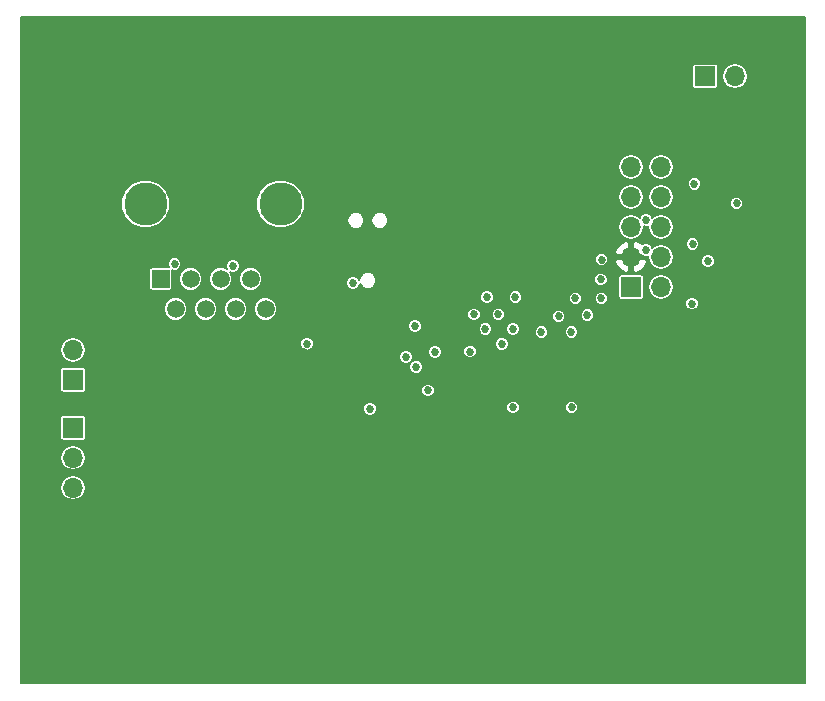
<source format=gbr>
G04 #@! TF.FileFunction,Copper,L3,Inr,Plane*
%FSLAX46Y46*%
G04 Gerber Fmt 4.6, Leading zero omitted, Abs format (unit mm)*
G04 Created by KiCad (PCBNEW 4.0.0-rc1-stable) date 05/10/2017 19:39:07*
%MOMM*%
G01*
G04 APERTURE LIST*
%ADD10C,0.100000*%
%ADD11C,0.685800*%
%ADD12R,1.700000X1.700000*%
%ADD13O,1.700000X1.700000*%
%ADD14C,3.650000*%
%ADD15R,1.500000X1.500000*%
%ADD16C,1.500000*%
%ADD17C,0.152400*%
G04 APERTURE END LIST*
D10*
D11*
X199110000Y-101560000D03*
X201650000Y-101540000D03*
X200570000Y-100220000D03*
X202990000Y-100120000D03*
X204170000Y-98700000D03*
X201980000Y-98700000D03*
X204130000Y-97090000D03*
X204200000Y-95420000D03*
X195750000Y-102550000D03*
X196700000Y-101300000D03*
X194350000Y-101300000D03*
X195450000Y-100050000D03*
X193400000Y-100050000D03*
X194500000Y-98600000D03*
X196900000Y-98600000D03*
X207950000Y-92050000D03*
X207950000Y-94600000D03*
D12*
X159450000Y-105600000D03*
D13*
X159450000Y-103060000D03*
D12*
X159450000Y-109650000D03*
D13*
X159450000Y-112190000D03*
X159450000Y-114730000D03*
D12*
X206700000Y-97750000D03*
D13*
X209240000Y-97750000D03*
X206700000Y-95210000D03*
X209240000Y-95210000D03*
X206700000Y-92670000D03*
X209240000Y-92670000D03*
X206700000Y-90130000D03*
X209240000Y-90130000D03*
X206700000Y-87590000D03*
X209240000Y-87590000D03*
D14*
X177020000Y-90710000D03*
X165590000Y-90710000D03*
D15*
X166860000Y-97060000D03*
D16*
X168130000Y-99600000D03*
X169400000Y-97060000D03*
X170670000Y-99600000D03*
X171940000Y-97060000D03*
X173210000Y-99600000D03*
X174480000Y-97060000D03*
X175750000Y-99600000D03*
D12*
X212960000Y-79900000D03*
D13*
X215500000Y-79900000D03*
D11*
X168050000Y-95800000D03*
X173000000Y-95950000D03*
X213200000Y-95550000D03*
X215630000Y-90650000D03*
X193050000Y-103200000D03*
X201660000Y-107930000D03*
X196710000Y-107930000D03*
X196650000Y-84600000D03*
X199669400Y-88925400D03*
X220294200Y-85344000D03*
X220345000Y-90627200D03*
X220319600Y-95783400D03*
X190100000Y-103250000D03*
X187650000Y-103650000D03*
X189490000Y-106490000D03*
X188500000Y-104500000D03*
X179247800Y-102539800D03*
X184600000Y-108050000D03*
X183150000Y-97400000D03*
X211850000Y-99150000D03*
X211900000Y-94100000D03*
X212050000Y-89000000D03*
X188400000Y-101050000D03*
D17*
G36*
X221396400Y-131296400D02*
X155003600Y-131296400D01*
X155003600Y-114730000D01*
X158350269Y-114730000D01*
X158432373Y-115142762D01*
X158666184Y-115492685D01*
X159016107Y-115726496D01*
X159428869Y-115808600D01*
X159471131Y-115808600D01*
X159883893Y-115726496D01*
X160233816Y-115492685D01*
X160467627Y-115142762D01*
X160549731Y-114730000D01*
X160467627Y-114317238D01*
X160233816Y-113967315D01*
X159883893Y-113733504D01*
X159471131Y-113651400D01*
X159428869Y-113651400D01*
X159016107Y-113733504D01*
X158666184Y-113967315D01*
X158432373Y-114317238D01*
X158350269Y-114730000D01*
X155003600Y-114730000D01*
X155003600Y-112190000D01*
X158350269Y-112190000D01*
X158432373Y-112602762D01*
X158666184Y-112952685D01*
X159016107Y-113186496D01*
X159428869Y-113268600D01*
X159471131Y-113268600D01*
X159883893Y-113186496D01*
X160233816Y-112952685D01*
X160467627Y-112602762D01*
X160549731Y-112190000D01*
X160467627Y-111777238D01*
X160233816Y-111427315D01*
X159883893Y-111193504D01*
X159471131Y-111111400D01*
X159428869Y-111111400D01*
X159016107Y-111193504D01*
X158666184Y-111427315D01*
X158432373Y-111777238D01*
X158350269Y-112190000D01*
X155003600Y-112190000D01*
X155003600Y-108800000D01*
X158366922Y-108800000D01*
X158366922Y-110500000D01*
X158382862Y-110584714D01*
X158432928Y-110662518D01*
X158509320Y-110714715D01*
X158600000Y-110733078D01*
X160300000Y-110733078D01*
X160384714Y-110717138D01*
X160462518Y-110667072D01*
X160514715Y-110590680D01*
X160533078Y-110500000D01*
X160533078Y-108800000D01*
X160517138Y-108715286D01*
X160467072Y-108637482D01*
X160390680Y-108585285D01*
X160300000Y-108566922D01*
X158600000Y-108566922D01*
X158515286Y-108582862D01*
X158437482Y-108632928D01*
X158385285Y-108709320D01*
X158366922Y-108800000D01*
X155003600Y-108800000D01*
X155003600Y-108163180D01*
X184028401Y-108163180D01*
X184115224Y-108373306D01*
X184275849Y-108534211D01*
X184485823Y-108621400D01*
X184713180Y-108621599D01*
X184923306Y-108534776D01*
X185084211Y-108374151D01*
X185171400Y-108164177D01*
X185171505Y-108043180D01*
X196138401Y-108043180D01*
X196225224Y-108253306D01*
X196385849Y-108414211D01*
X196595823Y-108501400D01*
X196823180Y-108501599D01*
X197033306Y-108414776D01*
X197194211Y-108254151D01*
X197281400Y-108044177D01*
X197281400Y-108043180D01*
X201088401Y-108043180D01*
X201175224Y-108253306D01*
X201335849Y-108414211D01*
X201545823Y-108501400D01*
X201773180Y-108501599D01*
X201983306Y-108414776D01*
X202144211Y-108254151D01*
X202231400Y-108044177D01*
X202231599Y-107816820D01*
X202144776Y-107606694D01*
X201984151Y-107445789D01*
X201774177Y-107358600D01*
X201546820Y-107358401D01*
X201336694Y-107445224D01*
X201175789Y-107605849D01*
X201088600Y-107815823D01*
X201088401Y-108043180D01*
X197281400Y-108043180D01*
X197281599Y-107816820D01*
X197194776Y-107606694D01*
X197034151Y-107445789D01*
X196824177Y-107358600D01*
X196596820Y-107358401D01*
X196386694Y-107445224D01*
X196225789Y-107605849D01*
X196138600Y-107815823D01*
X196138401Y-108043180D01*
X185171505Y-108043180D01*
X185171599Y-107936820D01*
X185084776Y-107726694D01*
X184924151Y-107565789D01*
X184714177Y-107478600D01*
X184486820Y-107478401D01*
X184276694Y-107565224D01*
X184115789Y-107725849D01*
X184028600Y-107935823D01*
X184028401Y-108163180D01*
X155003600Y-108163180D01*
X155003600Y-104750000D01*
X158366922Y-104750000D01*
X158366922Y-106450000D01*
X158382862Y-106534714D01*
X158432928Y-106612518D01*
X158509320Y-106664715D01*
X158600000Y-106683078D01*
X160300000Y-106683078D01*
X160384714Y-106667138D01*
X160462518Y-106617072D01*
X160472010Y-106603180D01*
X188918401Y-106603180D01*
X189005224Y-106813306D01*
X189165849Y-106974211D01*
X189375823Y-107061400D01*
X189603180Y-107061599D01*
X189813306Y-106974776D01*
X189974211Y-106814151D01*
X190061400Y-106604177D01*
X190061599Y-106376820D01*
X189974776Y-106166694D01*
X189814151Y-106005789D01*
X189604177Y-105918600D01*
X189376820Y-105918401D01*
X189166694Y-106005224D01*
X189005789Y-106165849D01*
X188918600Y-106375823D01*
X188918401Y-106603180D01*
X160472010Y-106603180D01*
X160514715Y-106540680D01*
X160533078Y-106450000D01*
X160533078Y-104750000D01*
X160517138Y-104665286D01*
X160483609Y-104613180D01*
X187928401Y-104613180D01*
X188015224Y-104823306D01*
X188175849Y-104984211D01*
X188385823Y-105071400D01*
X188613180Y-105071599D01*
X188823306Y-104984776D01*
X188984211Y-104824151D01*
X189071400Y-104614177D01*
X189071599Y-104386820D01*
X188984776Y-104176694D01*
X188824151Y-104015789D01*
X188614177Y-103928600D01*
X188386820Y-103928401D01*
X188176694Y-104015224D01*
X188015789Y-104175849D01*
X187928600Y-104385823D01*
X187928401Y-104613180D01*
X160483609Y-104613180D01*
X160467072Y-104587482D01*
X160390680Y-104535285D01*
X160300000Y-104516922D01*
X158600000Y-104516922D01*
X158515286Y-104532862D01*
X158437482Y-104582928D01*
X158385285Y-104659320D01*
X158366922Y-104750000D01*
X155003600Y-104750000D01*
X155003600Y-103060000D01*
X158350269Y-103060000D01*
X158432373Y-103472762D01*
X158666184Y-103822685D01*
X159016107Y-104056496D01*
X159428869Y-104138600D01*
X159471131Y-104138600D01*
X159883893Y-104056496D01*
X160233816Y-103822685D01*
X160273575Y-103763180D01*
X187078401Y-103763180D01*
X187165224Y-103973306D01*
X187325849Y-104134211D01*
X187535823Y-104221400D01*
X187763180Y-104221599D01*
X187973306Y-104134776D01*
X188134211Y-103974151D01*
X188221400Y-103764177D01*
X188221599Y-103536820D01*
X188149852Y-103363180D01*
X189528401Y-103363180D01*
X189615224Y-103573306D01*
X189775849Y-103734211D01*
X189985823Y-103821400D01*
X190213180Y-103821599D01*
X190423306Y-103734776D01*
X190584211Y-103574151D01*
X190671400Y-103364177D01*
X190671444Y-103313180D01*
X192478401Y-103313180D01*
X192565224Y-103523306D01*
X192725849Y-103684211D01*
X192935823Y-103771400D01*
X193163180Y-103771599D01*
X193373306Y-103684776D01*
X193534211Y-103524151D01*
X193621400Y-103314177D01*
X193621599Y-103086820D01*
X193534776Y-102876694D01*
X193374151Y-102715789D01*
X193247455Y-102663180D01*
X195178401Y-102663180D01*
X195265224Y-102873306D01*
X195425849Y-103034211D01*
X195635823Y-103121400D01*
X195863180Y-103121599D01*
X196073306Y-103034776D01*
X196234211Y-102874151D01*
X196321400Y-102664177D01*
X196321599Y-102436820D01*
X196234776Y-102226694D01*
X196074151Y-102065789D01*
X195864177Y-101978600D01*
X195636820Y-101978401D01*
X195426694Y-102065224D01*
X195265789Y-102225849D01*
X195178600Y-102435823D01*
X195178401Y-102663180D01*
X193247455Y-102663180D01*
X193164177Y-102628600D01*
X192936820Y-102628401D01*
X192726694Y-102715224D01*
X192565789Y-102875849D01*
X192478600Y-103085823D01*
X192478401Y-103313180D01*
X190671444Y-103313180D01*
X190671599Y-103136820D01*
X190584776Y-102926694D01*
X190424151Y-102765789D01*
X190214177Y-102678600D01*
X189986820Y-102678401D01*
X189776694Y-102765224D01*
X189615789Y-102925849D01*
X189528600Y-103135823D01*
X189528401Y-103363180D01*
X188149852Y-103363180D01*
X188134776Y-103326694D01*
X187974151Y-103165789D01*
X187764177Y-103078600D01*
X187536820Y-103078401D01*
X187326694Y-103165224D01*
X187165789Y-103325849D01*
X187078600Y-103535823D01*
X187078401Y-103763180D01*
X160273575Y-103763180D01*
X160467627Y-103472762D01*
X160549731Y-103060000D01*
X160468770Y-102652980D01*
X178676201Y-102652980D01*
X178763024Y-102863106D01*
X178923649Y-103024011D01*
X179133623Y-103111200D01*
X179360980Y-103111399D01*
X179571106Y-103024576D01*
X179732011Y-102863951D01*
X179819200Y-102653977D01*
X179819399Y-102426620D01*
X179732576Y-102216494D01*
X179571951Y-102055589D01*
X179361977Y-101968400D01*
X179134620Y-101968201D01*
X178924494Y-102055024D01*
X178763589Y-102215649D01*
X178676400Y-102425623D01*
X178676201Y-102652980D01*
X160468770Y-102652980D01*
X160467627Y-102647238D01*
X160233816Y-102297315D01*
X159883893Y-102063504D01*
X159471131Y-101981400D01*
X159428869Y-101981400D01*
X159016107Y-102063504D01*
X158666184Y-102297315D01*
X158432373Y-102647238D01*
X158350269Y-103060000D01*
X155003600Y-103060000D01*
X155003600Y-101163180D01*
X187828401Y-101163180D01*
X187915224Y-101373306D01*
X188075849Y-101534211D01*
X188285823Y-101621400D01*
X188513180Y-101621599D01*
X188723306Y-101534776D01*
X188845113Y-101413180D01*
X193778401Y-101413180D01*
X193865224Y-101623306D01*
X194025849Y-101784211D01*
X194235823Y-101871400D01*
X194463180Y-101871599D01*
X194673306Y-101784776D01*
X194834211Y-101624151D01*
X194921400Y-101414177D01*
X194921400Y-101413180D01*
X196128401Y-101413180D01*
X196215224Y-101623306D01*
X196375849Y-101784211D01*
X196585823Y-101871400D01*
X196813180Y-101871599D01*
X197023306Y-101784776D01*
X197135096Y-101673180D01*
X198538401Y-101673180D01*
X198625224Y-101883306D01*
X198785849Y-102044211D01*
X198995823Y-102131400D01*
X199223180Y-102131599D01*
X199433306Y-102044776D01*
X199594211Y-101884151D01*
X199681400Y-101674177D01*
X199681418Y-101653180D01*
X201078401Y-101653180D01*
X201165224Y-101863306D01*
X201325849Y-102024211D01*
X201535823Y-102111400D01*
X201763180Y-102111599D01*
X201973306Y-102024776D01*
X202134211Y-101864151D01*
X202221400Y-101654177D01*
X202221599Y-101426820D01*
X202134776Y-101216694D01*
X201974151Y-101055789D01*
X201764177Y-100968600D01*
X201536820Y-100968401D01*
X201326694Y-101055224D01*
X201165789Y-101215849D01*
X201078600Y-101425823D01*
X201078401Y-101653180D01*
X199681418Y-101653180D01*
X199681599Y-101446820D01*
X199594776Y-101236694D01*
X199434151Y-101075789D01*
X199224177Y-100988600D01*
X198996820Y-100988401D01*
X198786694Y-101075224D01*
X198625789Y-101235849D01*
X198538600Y-101445823D01*
X198538401Y-101673180D01*
X197135096Y-101673180D01*
X197184211Y-101624151D01*
X197271400Y-101414177D01*
X197271599Y-101186820D01*
X197184776Y-100976694D01*
X197024151Y-100815789D01*
X196814177Y-100728600D01*
X196586820Y-100728401D01*
X196376694Y-100815224D01*
X196215789Y-100975849D01*
X196128600Y-101185823D01*
X196128401Y-101413180D01*
X194921400Y-101413180D01*
X194921599Y-101186820D01*
X194834776Y-100976694D01*
X194674151Y-100815789D01*
X194464177Y-100728600D01*
X194236820Y-100728401D01*
X194026694Y-100815224D01*
X193865789Y-100975849D01*
X193778600Y-101185823D01*
X193778401Y-101413180D01*
X188845113Y-101413180D01*
X188884211Y-101374151D01*
X188971400Y-101164177D01*
X188971599Y-100936820D01*
X188884776Y-100726694D01*
X188724151Y-100565789D01*
X188514177Y-100478600D01*
X188286820Y-100478401D01*
X188076694Y-100565224D01*
X187915789Y-100725849D01*
X187828600Y-100935823D01*
X187828401Y-101163180D01*
X155003600Y-101163180D01*
X155003600Y-99793802D01*
X167151230Y-99793802D01*
X167299899Y-100153608D01*
X167574944Y-100429133D01*
X167934490Y-100578430D01*
X168323802Y-100578770D01*
X168683608Y-100430101D01*
X168959133Y-100155056D01*
X169108430Y-99795510D01*
X169108431Y-99793802D01*
X169691230Y-99793802D01*
X169839899Y-100153608D01*
X170114944Y-100429133D01*
X170474490Y-100578430D01*
X170863802Y-100578770D01*
X171223608Y-100430101D01*
X171499133Y-100155056D01*
X171648430Y-99795510D01*
X171648431Y-99793802D01*
X172231230Y-99793802D01*
X172379899Y-100153608D01*
X172654944Y-100429133D01*
X173014490Y-100578430D01*
X173403802Y-100578770D01*
X173763608Y-100430101D01*
X174039133Y-100155056D01*
X174188430Y-99795510D01*
X174188431Y-99793802D01*
X174771230Y-99793802D01*
X174919899Y-100153608D01*
X175194944Y-100429133D01*
X175554490Y-100578430D01*
X175943802Y-100578770D01*
X176303608Y-100430101D01*
X176570994Y-100163180D01*
X192828401Y-100163180D01*
X192915224Y-100373306D01*
X193075849Y-100534211D01*
X193285823Y-100621400D01*
X193513180Y-100621599D01*
X193723306Y-100534776D01*
X193884211Y-100374151D01*
X193971400Y-100164177D01*
X193971400Y-100163180D01*
X194878401Y-100163180D01*
X194965224Y-100373306D01*
X195125849Y-100534211D01*
X195335823Y-100621400D01*
X195563180Y-100621599D01*
X195773306Y-100534776D01*
X195934211Y-100374151D01*
X195951223Y-100333180D01*
X199998401Y-100333180D01*
X200085224Y-100543306D01*
X200245849Y-100704211D01*
X200455823Y-100791400D01*
X200683180Y-100791599D01*
X200893306Y-100704776D01*
X201054211Y-100544151D01*
X201141400Y-100334177D01*
X201141488Y-100233180D01*
X202418401Y-100233180D01*
X202505224Y-100443306D01*
X202665849Y-100604211D01*
X202875823Y-100691400D01*
X203103180Y-100691599D01*
X203313306Y-100604776D01*
X203474211Y-100444151D01*
X203561400Y-100234177D01*
X203561599Y-100006820D01*
X203474776Y-99796694D01*
X203314151Y-99635789D01*
X203104177Y-99548600D01*
X202876820Y-99548401D01*
X202666694Y-99635224D01*
X202505789Y-99795849D01*
X202418600Y-100005823D01*
X202418401Y-100233180D01*
X201141488Y-100233180D01*
X201141599Y-100106820D01*
X201054776Y-99896694D01*
X200894151Y-99735789D01*
X200684177Y-99648600D01*
X200456820Y-99648401D01*
X200246694Y-99735224D01*
X200085789Y-99895849D01*
X199998600Y-100105823D01*
X199998401Y-100333180D01*
X195951223Y-100333180D01*
X196021400Y-100164177D01*
X196021599Y-99936820D01*
X195934776Y-99726694D01*
X195774151Y-99565789D01*
X195564177Y-99478600D01*
X195336820Y-99478401D01*
X195126694Y-99565224D01*
X194965789Y-99725849D01*
X194878600Y-99935823D01*
X194878401Y-100163180D01*
X193971400Y-100163180D01*
X193971599Y-99936820D01*
X193884776Y-99726694D01*
X193724151Y-99565789D01*
X193514177Y-99478600D01*
X193286820Y-99478401D01*
X193076694Y-99565224D01*
X192915789Y-99725849D01*
X192828600Y-99935823D01*
X192828401Y-100163180D01*
X176570994Y-100163180D01*
X176579133Y-100155056D01*
X176728430Y-99795510D01*
X176728770Y-99406198D01*
X176580101Y-99046392D01*
X176305056Y-98770867D01*
X176166131Y-98713180D01*
X193928401Y-98713180D01*
X194015224Y-98923306D01*
X194175849Y-99084211D01*
X194385823Y-99171400D01*
X194613180Y-99171599D01*
X194823306Y-99084776D01*
X194984211Y-98924151D01*
X195071400Y-98714177D01*
X195071400Y-98713180D01*
X196328401Y-98713180D01*
X196415224Y-98923306D01*
X196575849Y-99084211D01*
X196785823Y-99171400D01*
X197013180Y-99171599D01*
X197223306Y-99084776D01*
X197384211Y-98924151D01*
X197430290Y-98813180D01*
X201408401Y-98813180D01*
X201495224Y-99023306D01*
X201655849Y-99184211D01*
X201865823Y-99271400D01*
X202093180Y-99271599D01*
X202303306Y-99184776D01*
X202464211Y-99024151D01*
X202551400Y-98814177D01*
X202551400Y-98813180D01*
X203598401Y-98813180D01*
X203685224Y-99023306D01*
X203845849Y-99184211D01*
X204055823Y-99271400D01*
X204283180Y-99271599D01*
X204303555Y-99263180D01*
X211278401Y-99263180D01*
X211365224Y-99473306D01*
X211525849Y-99634211D01*
X211735823Y-99721400D01*
X211963180Y-99721599D01*
X212173306Y-99634776D01*
X212334211Y-99474151D01*
X212421400Y-99264177D01*
X212421599Y-99036820D01*
X212334776Y-98826694D01*
X212174151Y-98665789D01*
X211964177Y-98578600D01*
X211736820Y-98578401D01*
X211526694Y-98665224D01*
X211365789Y-98825849D01*
X211278600Y-99035823D01*
X211278401Y-99263180D01*
X204303555Y-99263180D01*
X204493306Y-99184776D01*
X204654211Y-99024151D01*
X204741400Y-98814177D01*
X204741599Y-98586820D01*
X204654776Y-98376694D01*
X204494151Y-98215789D01*
X204284177Y-98128600D01*
X204056820Y-98128401D01*
X203846694Y-98215224D01*
X203685789Y-98375849D01*
X203598600Y-98585823D01*
X203598401Y-98813180D01*
X202551400Y-98813180D01*
X202551599Y-98586820D01*
X202464776Y-98376694D01*
X202304151Y-98215789D01*
X202094177Y-98128600D01*
X201866820Y-98128401D01*
X201656694Y-98215224D01*
X201495789Y-98375849D01*
X201408600Y-98585823D01*
X201408401Y-98813180D01*
X197430290Y-98813180D01*
X197471400Y-98714177D01*
X197471599Y-98486820D01*
X197384776Y-98276694D01*
X197224151Y-98115789D01*
X197014177Y-98028600D01*
X196786820Y-98028401D01*
X196576694Y-98115224D01*
X196415789Y-98275849D01*
X196328600Y-98485823D01*
X196328401Y-98713180D01*
X195071400Y-98713180D01*
X195071599Y-98486820D01*
X194984776Y-98276694D01*
X194824151Y-98115789D01*
X194614177Y-98028600D01*
X194386820Y-98028401D01*
X194176694Y-98115224D01*
X194015789Y-98275849D01*
X193928600Y-98485823D01*
X193928401Y-98713180D01*
X176166131Y-98713180D01*
X175945510Y-98621570D01*
X175556198Y-98621230D01*
X175196392Y-98769899D01*
X174920867Y-99044944D01*
X174771570Y-99404490D01*
X174771230Y-99793802D01*
X174188431Y-99793802D01*
X174188770Y-99406198D01*
X174040101Y-99046392D01*
X173765056Y-98770867D01*
X173405510Y-98621570D01*
X173016198Y-98621230D01*
X172656392Y-98769899D01*
X172380867Y-99044944D01*
X172231570Y-99404490D01*
X172231230Y-99793802D01*
X171648431Y-99793802D01*
X171648770Y-99406198D01*
X171500101Y-99046392D01*
X171225056Y-98770867D01*
X170865510Y-98621570D01*
X170476198Y-98621230D01*
X170116392Y-98769899D01*
X169840867Y-99044944D01*
X169691570Y-99404490D01*
X169691230Y-99793802D01*
X169108431Y-99793802D01*
X169108770Y-99406198D01*
X168960101Y-99046392D01*
X168685056Y-98770867D01*
X168325510Y-98621570D01*
X167936198Y-98621230D01*
X167576392Y-98769899D01*
X167300867Y-99044944D01*
X167151570Y-99404490D01*
X167151230Y-99793802D01*
X155003600Y-99793802D01*
X155003600Y-96310000D01*
X165876922Y-96310000D01*
X165876922Y-97810000D01*
X165892862Y-97894714D01*
X165942928Y-97972518D01*
X166019320Y-98024715D01*
X166110000Y-98043078D01*
X167610000Y-98043078D01*
X167694714Y-98027138D01*
X167772518Y-97977072D01*
X167824715Y-97900680D01*
X167843078Y-97810000D01*
X167843078Y-97253802D01*
X168421230Y-97253802D01*
X168569899Y-97613608D01*
X168844944Y-97889133D01*
X169204490Y-98038430D01*
X169593802Y-98038770D01*
X169953608Y-97890101D01*
X170229133Y-97615056D01*
X170378430Y-97255510D01*
X170378431Y-97253802D01*
X170961230Y-97253802D01*
X171109899Y-97613608D01*
X171384944Y-97889133D01*
X171744490Y-98038430D01*
X172133802Y-98038770D01*
X172493608Y-97890101D01*
X172769133Y-97615056D01*
X172918430Y-97255510D01*
X172918431Y-97253802D01*
X173501230Y-97253802D01*
X173649899Y-97613608D01*
X173924944Y-97889133D01*
X174284490Y-98038430D01*
X174673802Y-98038770D01*
X175033608Y-97890101D01*
X175309133Y-97615056D01*
X175351435Y-97513180D01*
X182578401Y-97513180D01*
X182665224Y-97723306D01*
X182825849Y-97884211D01*
X183035823Y-97971400D01*
X183263180Y-97971599D01*
X183473306Y-97884776D01*
X183634211Y-97724151D01*
X183721400Y-97514177D01*
X183721462Y-97443448D01*
X183785950Y-97599521D01*
X183989408Y-97803335D01*
X184255376Y-97913774D01*
X184543361Y-97914025D01*
X184809521Y-97804050D01*
X185013335Y-97600592D01*
X185123774Y-97334624D01*
X185123888Y-97203180D01*
X203558401Y-97203180D01*
X203645224Y-97413306D01*
X203805849Y-97574211D01*
X204015823Y-97661400D01*
X204243180Y-97661599D01*
X204453306Y-97574776D01*
X204614211Y-97414151D01*
X204701400Y-97204177D01*
X204701599Y-96976820D01*
X204669858Y-96900000D01*
X205616922Y-96900000D01*
X205616922Y-98600000D01*
X205632862Y-98684714D01*
X205682928Y-98762518D01*
X205759320Y-98814715D01*
X205850000Y-98833078D01*
X207550000Y-98833078D01*
X207634714Y-98817138D01*
X207712518Y-98767072D01*
X207764715Y-98690680D01*
X207783078Y-98600000D01*
X207783078Y-97750000D01*
X208140269Y-97750000D01*
X208222373Y-98162762D01*
X208456184Y-98512685D01*
X208806107Y-98746496D01*
X209218869Y-98828600D01*
X209261131Y-98828600D01*
X209673893Y-98746496D01*
X210023816Y-98512685D01*
X210257627Y-98162762D01*
X210339731Y-97750000D01*
X210257627Y-97337238D01*
X210023816Y-96987315D01*
X209673893Y-96753504D01*
X209261131Y-96671400D01*
X209218869Y-96671400D01*
X208806107Y-96753504D01*
X208456184Y-96987315D01*
X208222373Y-97337238D01*
X208140269Y-97750000D01*
X207783078Y-97750000D01*
X207783078Y-96900000D01*
X207767138Y-96815286D01*
X207717072Y-96737482D01*
X207640680Y-96685285D01*
X207550000Y-96666922D01*
X205850000Y-96666922D01*
X205765286Y-96682862D01*
X205687482Y-96732928D01*
X205635285Y-96809320D01*
X205616922Y-96900000D01*
X204669858Y-96900000D01*
X204614776Y-96766694D01*
X204454151Y-96605789D01*
X204244177Y-96518600D01*
X204016820Y-96518401D01*
X203806694Y-96605224D01*
X203645789Y-96765849D01*
X203558600Y-96975823D01*
X203558401Y-97203180D01*
X185123888Y-97203180D01*
X185124025Y-97046639D01*
X185014050Y-96780479D01*
X184810592Y-96576665D01*
X184544624Y-96466226D01*
X184256639Y-96465975D01*
X183990479Y-96575950D01*
X183786665Y-96779408D01*
X183676226Y-97045376D01*
X183676112Y-97176733D01*
X183634776Y-97076694D01*
X183474151Y-96915789D01*
X183264177Y-96828600D01*
X183036820Y-96828401D01*
X182826694Y-96915224D01*
X182665789Y-97075849D01*
X182578600Y-97285823D01*
X182578401Y-97513180D01*
X175351435Y-97513180D01*
X175458430Y-97255510D01*
X175458770Y-96866198D01*
X175310101Y-96506392D01*
X175035056Y-96230867D01*
X174675510Y-96081570D01*
X174286198Y-96081230D01*
X173926392Y-96229899D01*
X173650867Y-96504944D01*
X173501570Y-96864490D01*
X173501230Y-97253802D01*
X172918431Y-97253802D01*
X172918770Y-96866198D01*
X172770101Y-96506392D01*
X172713761Y-96449953D01*
X172885823Y-96521400D01*
X173113180Y-96521599D01*
X173323306Y-96434776D01*
X173484211Y-96274151D01*
X173571400Y-96064177D01*
X173571599Y-95836820D01*
X173484776Y-95626694D01*
X173391425Y-95533180D01*
X203628401Y-95533180D01*
X203715224Y-95743306D01*
X203875849Y-95904211D01*
X204085823Y-95991400D01*
X204313180Y-95991599D01*
X204523306Y-95904776D01*
X204684211Y-95744151D01*
X204740646Y-95608239D01*
X205322199Y-95608239D01*
X205444138Y-95902663D01*
X205804806Y-96330535D01*
X206301759Y-96587815D01*
X206522200Y-96487100D01*
X206522200Y-95387800D01*
X206877800Y-95387800D01*
X206877800Y-96487100D01*
X207098241Y-96587815D01*
X207595194Y-96330535D01*
X207955862Y-95902663D01*
X208077801Y-95608239D01*
X207975820Y-95387800D01*
X206877800Y-95387800D01*
X206522200Y-95387800D01*
X205424180Y-95387800D01*
X205322199Y-95608239D01*
X204740646Y-95608239D01*
X204771400Y-95534177D01*
X204771599Y-95306820D01*
X204684776Y-95096694D01*
X204524151Y-94935789D01*
X204314177Y-94848600D01*
X204086820Y-94848401D01*
X203876694Y-94935224D01*
X203715789Y-95095849D01*
X203628600Y-95305823D01*
X203628401Y-95533180D01*
X173391425Y-95533180D01*
X173324151Y-95465789D01*
X173114177Y-95378600D01*
X172886820Y-95378401D01*
X172676694Y-95465224D01*
X172515789Y-95625849D01*
X172428600Y-95835823D01*
X172428401Y-96063180D01*
X172499548Y-96235366D01*
X172495056Y-96230867D01*
X172135510Y-96081570D01*
X171746198Y-96081230D01*
X171386392Y-96229899D01*
X171110867Y-96504944D01*
X170961570Y-96864490D01*
X170961230Y-97253802D01*
X170378431Y-97253802D01*
X170378770Y-96866198D01*
X170230101Y-96506392D01*
X169955056Y-96230867D01*
X169595510Y-96081570D01*
X169206198Y-96081230D01*
X168846392Y-96229899D01*
X168570867Y-96504944D01*
X168421570Y-96864490D01*
X168421230Y-97253802D01*
X167843078Y-97253802D01*
X167843078Y-96332889D01*
X167935823Y-96371400D01*
X168163180Y-96371599D01*
X168373306Y-96284776D01*
X168534211Y-96124151D01*
X168621400Y-95914177D01*
X168621599Y-95686820D01*
X168534776Y-95476694D01*
X168374151Y-95315789D01*
X168164177Y-95228600D01*
X167936820Y-95228401D01*
X167726694Y-95315224D01*
X167565789Y-95475849D01*
X167478600Y-95685823D01*
X167478401Y-95913180D01*
X167546058Y-96076922D01*
X166110000Y-96076922D01*
X166025286Y-96092862D01*
X165947482Y-96142928D01*
X165895285Y-96219320D01*
X165876922Y-96310000D01*
X155003600Y-96310000D01*
X155003600Y-94811761D01*
X205322199Y-94811761D01*
X205424180Y-95032200D01*
X206522200Y-95032200D01*
X206522200Y-93932900D01*
X206877800Y-93932900D01*
X206877800Y-95032200D01*
X207573929Y-95032200D01*
X207625849Y-95084211D01*
X207835823Y-95171400D01*
X208063180Y-95171599D01*
X208155495Y-95133455D01*
X208140269Y-95210000D01*
X208222373Y-95622762D01*
X208456184Y-95972685D01*
X208806107Y-96206496D01*
X209218869Y-96288600D01*
X209261131Y-96288600D01*
X209673893Y-96206496D01*
X210023816Y-95972685D01*
X210230620Y-95663180D01*
X212628401Y-95663180D01*
X212715224Y-95873306D01*
X212875849Y-96034211D01*
X213085823Y-96121400D01*
X213313180Y-96121599D01*
X213523306Y-96034776D01*
X213684211Y-95874151D01*
X213771400Y-95664177D01*
X213771599Y-95436820D01*
X213684776Y-95226694D01*
X213524151Y-95065789D01*
X213314177Y-94978600D01*
X213086820Y-94978401D01*
X212876694Y-95065224D01*
X212715789Y-95225849D01*
X212628600Y-95435823D01*
X212628401Y-95663180D01*
X210230620Y-95663180D01*
X210257627Y-95622762D01*
X210339731Y-95210000D01*
X210257627Y-94797238D01*
X210023816Y-94447315D01*
X209673893Y-94213504D01*
X209672265Y-94213180D01*
X211328401Y-94213180D01*
X211415224Y-94423306D01*
X211575849Y-94584211D01*
X211785823Y-94671400D01*
X212013180Y-94671599D01*
X212223306Y-94584776D01*
X212384211Y-94424151D01*
X212471400Y-94214177D01*
X212471599Y-93986820D01*
X212384776Y-93776694D01*
X212224151Y-93615789D01*
X212014177Y-93528600D01*
X211786820Y-93528401D01*
X211576694Y-93615224D01*
X211415789Y-93775849D01*
X211328600Y-93985823D01*
X211328401Y-94213180D01*
X209672265Y-94213180D01*
X209261131Y-94131400D01*
X209218869Y-94131400D01*
X208806107Y-94213504D01*
X208494654Y-94421610D01*
X208434776Y-94276694D01*
X208274151Y-94115789D01*
X208064177Y-94028600D01*
X207836820Y-94028401D01*
X207626694Y-94115224D01*
X207621379Y-94120529D01*
X207595194Y-94089465D01*
X207098241Y-93832185D01*
X206877800Y-93932900D01*
X206522200Y-93932900D01*
X206301759Y-93832185D01*
X205804806Y-94089465D01*
X205444138Y-94517337D01*
X205322199Y-94811761D01*
X155003600Y-94811761D01*
X155003600Y-91116694D01*
X163536045Y-91116694D01*
X163848028Y-91871751D01*
X164425210Y-92449942D01*
X165179722Y-92763242D01*
X165996694Y-92763955D01*
X166751751Y-92451972D01*
X167329942Y-91874790D01*
X167643242Y-91120278D01*
X167643245Y-91116694D01*
X174966045Y-91116694D01*
X175278028Y-91871751D01*
X175855210Y-92449942D01*
X176609722Y-92763242D01*
X177426694Y-92763955D01*
X178181751Y-92451972D01*
X178380709Y-92253361D01*
X182659975Y-92253361D01*
X182769950Y-92519521D01*
X182973408Y-92723335D01*
X183239376Y-92833774D01*
X183527361Y-92834025D01*
X183793521Y-92724050D01*
X183997335Y-92520592D01*
X184107774Y-92254624D01*
X184107775Y-92253361D01*
X184691975Y-92253361D01*
X184801950Y-92519521D01*
X185005408Y-92723335D01*
X185271376Y-92833774D01*
X185559361Y-92834025D01*
X185825521Y-92724050D01*
X185879665Y-92670000D01*
X205600269Y-92670000D01*
X205682373Y-93082762D01*
X205916184Y-93432685D01*
X206266107Y-93666496D01*
X206678869Y-93748600D01*
X206721131Y-93748600D01*
X207133893Y-93666496D01*
X207483816Y-93432685D01*
X207717627Y-93082762D01*
X207799731Y-92670000D01*
X207785944Y-92600688D01*
X207835823Y-92621400D01*
X208063180Y-92621599D01*
X208157662Y-92582559D01*
X208140269Y-92670000D01*
X208222373Y-93082762D01*
X208456184Y-93432685D01*
X208806107Y-93666496D01*
X209218869Y-93748600D01*
X209261131Y-93748600D01*
X209673893Y-93666496D01*
X210023816Y-93432685D01*
X210257627Y-93082762D01*
X210339731Y-92670000D01*
X210257627Y-92257238D01*
X210023816Y-91907315D01*
X209673893Y-91673504D01*
X209261131Y-91591400D01*
X209218869Y-91591400D01*
X208806107Y-91673504D01*
X208497892Y-91879446D01*
X208434776Y-91726694D01*
X208274151Y-91565789D01*
X208064177Y-91478600D01*
X207836820Y-91478401D01*
X207626694Y-91565224D01*
X207465789Y-91725849D01*
X207410719Y-91858473D01*
X207133893Y-91673504D01*
X206721131Y-91591400D01*
X206678869Y-91591400D01*
X206266107Y-91673504D01*
X205916184Y-91907315D01*
X205682373Y-92257238D01*
X205600269Y-92670000D01*
X185879665Y-92670000D01*
X186029335Y-92520592D01*
X186139774Y-92254624D01*
X186140025Y-91966639D01*
X186030050Y-91700479D01*
X185826592Y-91496665D01*
X185560624Y-91386226D01*
X185272639Y-91385975D01*
X185006479Y-91495950D01*
X184802665Y-91699408D01*
X184692226Y-91965376D01*
X184691975Y-92253361D01*
X184107775Y-92253361D01*
X184108025Y-91966639D01*
X183998050Y-91700479D01*
X183794592Y-91496665D01*
X183528624Y-91386226D01*
X183240639Y-91385975D01*
X182974479Y-91495950D01*
X182770665Y-91699408D01*
X182660226Y-91965376D01*
X182659975Y-92253361D01*
X178380709Y-92253361D01*
X178759942Y-91874790D01*
X179073242Y-91120278D01*
X179073955Y-90303306D01*
X179002347Y-90130000D01*
X205600269Y-90130000D01*
X205682373Y-90542762D01*
X205916184Y-90892685D01*
X206266107Y-91126496D01*
X206678869Y-91208600D01*
X206721131Y-91208600D01*
X207133893Y-91126496D01*
X207483816Y-90892685D01*
X207717627Y-90542762D01*
X207799731Y-90130000D01*
X208140269Y-90130000D01*
X208222373Y-90542762D01*
X208456184Y-90892685D01*
X208806107Y-91126496D01*
X209218869Y-91208600D01*
X209261131Y-91208600D01*
X209673893Y-91126496D01*
X210023816Y-90892685D01*
X210110348Y-90763180D01*
X215058401Y-90763180D01*
X215145224Y-90973306D01*
X215305849Y-91134211D01*
X215515823Y-91221400D01*
X215743180Y-91221599D01*
X215953306Y-91134776D01*
X216114211Y-90974151D01*
X216201400Y-90764177D01*
X216201599Y-90536820D01*
X216114776Y-90326694D01*
X215954151Y-90165789D01*
X215744177Y-90078600D01*
X215516820Y-90078401D01*
X215306694Y-90165224D01*
X215145789Y-90325849D01*
X215058600Y-90535823D01*
X215058401Y-90763180D01*
X210110348Y-90763180D01*
X210257627Y-90542762D01*
X210339731Y-90130000D01*
X210257627Y-89717238D01*
X210023816Y-89367315D01*
X209673893Y-89133504D01*
X209571719Y-89113180D01*
X211478401Y-89113180D01*
X211565224Y-89323306D01*
X211725849Y-89484211D01*
X211935823Y-89571400D01*
X212163180Y-89571599D01*
X212373306Y-89484776D01*
X212534211Y-89324151D01*
X212621400Y-89114177D01*
X212621599Y-88886820D01*
X212534776Y-88676694D01*
X212374151Y-88515789D01*
X212164177Y-88428600D01*
X211936820Y-88428401D01*
X211726694Y-88515224D01*
X211565789Y-88675849D01*
X211478600Y-88885823D01*
X211478401Y-89113180D01*
X209571719Y-89113180D01*
X209261131Y-89051400D01*
X209218869Y-89051400D01*
X208806107Y-89133504D01*
X208456184Y-89367315D01*
X208222373Y-89717238D01*
X208140269Y-90130000D01*
X207799731Y-90130000D01*
X207717627Y-89717238D01*
X207483816Y-89367315D01*
X207133893Y-89133504D01*
X206721131Y-89051400D01*
X206678869Y-89051400D01*
X206266107Y-89133504D01*
X205916184Y-89367315D01*
X205682373Y-89717238D01*
X205600269Y-90130000D01*
X179002347Y-90130000D01*
X178761972Y-89548249D01*
X178184790Y-88970058D01*
X177430278Y-88656758D01*
X176613306Y-88656045D01*
X175858249Y-88968028D01*
X175280058Y-89545210D01*
X174966758Y-90299722D01*
X174966045Y-91116694D01*
X167643245Y-91116694D01*
X167643955Y-90303306D01*
X167331972Y-89548249D01*
X166754790Y-88970058D01*
X166000278Y-88656758D01*
X165183306Y-88656045D01*
X164428249Y-88968028D01*
X163850058Y-89545210D01*
X163536758Y-90299722D01*
X163536045Y-91116694D01*
X155003600Y-91116694D01*
X155003600Y-87590000D01*
X205600269Y-87590000D01*
X205682373Y-88002762D01*
X205916184Y-88352685D01*
X206266107Y-88586496D01*
X206678869Y-88668600D01*
X206721131Y-88668600D01*
X207133893Y-88586496D01*
X207483816Y-88352685D01*
X207717627Y-88002762D01*
X207799731Y-87590000D01*
X208140269Y-87590000D01*
X208222373Y-88002762D01*
X208456184Y-88352685D01*
X208806107Y-88586496D01*
X209218869Y-88668600D01*
X209261131Y-88668600D01*
X209673893Y-88586496D01*
X210023816Y-88352685D01*
X210257627Y-88002762D01*
X210339731Y-87590000D01*
X210257627Y-87177238D01*
X210023816Y-86827315D01*
X209673893Y-86593504D01*
X209261131Y-86511400D01*
X209218869Y-86511400D01*
X208806107Y-86593504D01*
X208456184Y-86827315D01*
X208222373Y-87177238D01*
X208140269Y-87590000D01*
X207799731Y-87590000D01*
X207717627Y-87177238D01*
X207483816Y-86827315D01*
X207133893Y-86593504D01*
X206721131Y-86511400D01*
X206678869Y-86511400D01*
X206266107Y-86593504D01*
X205916184Y-86827315D01*
X205682373Y-87177238D01*
X205600269Y-87590000D01*
X155003600Y-87590000D01*
X155003600Y-79050000D01*
X211876922Y-79050000D01*
X211876922Y-80750000D01*
X211892862Y-80834714D01*
X211942928Y-80912518D01*
X212019320Y-80964715D01*
X212110000Y-80983078D01*
X213810000Y-80983078D01*
X213894714Y-80967138D01*
X213972518Y-80917072D01*
X214024715Y-80840680D01*
X214043078Y-80750000D01*
X214043078Y-79878869D01*
X214421400Y-79878869D01*
X214421400Y-79921131D01*
X214503504Y-80333893D01*
X214737315Y-80683816D01*
X215087238Y-80917627D01*
X215500000Y-80999731D01*
X215912762Y-80917627D01*
X216262685Y-80683816D01*
X216496496Y-80333893D01*
X216578600Y-79921131D01*
X216578600Y-79878869D01*
X216496496Y-79466107D01*
X216262685Y-79116184D01*
X215912762Y-78882373D01*
X215500000Y-78800269D01*
X215087238Y-78882373D01*
X214737315Y-79116184D01*
X214503504Y-79466107D01*
X214421400Y-79878869D01*
X214043078Y-79878869D01*
X214043078Y-79050000D01*
X214027138Y-78965286D01*
X213977072Y-78887482D01*
X213900680Y-78835285D01*
X213810000Y-78816922D01*
X212110000Y-78816922D01*
X212025286Y-78832862D01*
X211947482Y-78882928D01*
X211895285Y-78959320D01*
X211876922Y-79050000D01*
X155003600Y-79050000D01*
X155003600Y-74903600D01*
X221396400Y-74903600D01*
X221396400Y-131296400D01*
X221396400Y-131296400D01*
G37*
X221396400Y-131296400D02*
X155003600Y-131296400D01*
X155003600Y-114730000D01*
X158350269Y-114730000D01*
X158432373Y-115142762D01*
X158666184Y-115492685D01*
X159016107Y-115726496D01*
X159428869Y-115808600D01*
X159471131Y-115808600D01*
X159883893Y-115726496D01*
X160233816Y-115492685D01*
X160467627Y-115142762D01*
X160549731Y-114730000D01*
X160467627Y-114317238D01*
X160233816Y-113967315D01*
X159883893Y-113733504D01*
X159471131Y-113651400D01*
X159428869Y-113651400D01*
X159016107Y-113733504D01*
X158666184Y-113967315D01*
X158432373Y-114317238D01*
X158350269Y-114730000D01*
X155003600Y-114730000D01*
X155003600Y-112190000D01*
X158350269Y-112190000D01*
X158432373Y-112602762D01*
X158666184Y-112952685D01*
X159016107Y-113186496D01*
X159428869Y-113268600D01*
X159471131Y-113268600D01*
X159883893Y-113186496D01*
X160233816Y-112952685D01*
X160467627Y-112602762D01*
X160549731Y-112190000D01*
X160467627Y-111777238D01*
X160233816Y-111427315D01*
X159883893Y-111193504D01*
X159471131Y-111111400D01*
X159428869Y-111111400D01*
X159016107Y-111193504D01*
X158666184Y-111427315D01*
X158432373Y-111777238D01*
X158350269Y-112190000D01*
X155003600Y-112190000D01*
X155003600Y-108800000D01*
X158366922Y-108800000D01*
X158366922Y-110500000D01*
X158382862Y-110584714D01*
X158432928Y-110662518D01*
X158509320Y-110714715D01*
X158600000Y-110733078D01*
X160300000Y-110733078D01*
X160384714Y-110717138D01*
X160462518Y-110667072D01*
X160514715Y-110590680D01*
X160533078Y-110500000D01*
X160533078Y-108800000D01*
X160517138Y-108715286D01*
X160467072Y-108637482D01*
X160390680Y-108585285D01*
X160300000Y-108566922D01*
X158600000Y-108566922D01*
X158515286Y-108582862D01*
X158437482Y-108632928D01*
X158385285Y-108709320D01*
X158366922Y-108800000D01*
X155003600Y-108800000D01*
X155003600Y-108163180D01*
X184028401Y-108163180D01*
X184115224Y-108373306D01*
X184275849Y-108534211D01*
X184485823Y-108621400D01*
X184713180Y-108621599D01*
X184923306Y-108534776D01*
X185084211Y-108374151D01*
X185171400Y-108164177D01*
X185171505Y-108043180D01*
X196138401Y-108043180D01*
X196225224Y-108253306D01*
X196385849Y-108414211D01*
X196595823Y-108501400D01*
X196823180Y-108501599D01*
X197033306Y-108414776D01*
X197194211Y-108254151D01*
X197281400Y-108044177D01*
X197281400Y-108043180D01*
X201088401Y-108043180D01*
X201175224Y-108253306D01*
X201335849Y-108414211D01*
X201545823Y-108501400D01*
X201773180Y-108501599D01*
X201983306Y-108414776D01*
X202144211Y-108254151D01*
X202231400Y-108044177D01*
X202231599Y-107816820D01*
X202144776Y-107606694D01*
X201984151Y-107445789D01*
X201774177Y-107358600D01*
X201546820Y-107358401D01*
X201336694Y-107445224D01*
X201175789Y-107605849D01*
X201088600Y-107815823D01*
X201088401Y-108043180D01*
X197281400Y-108043180D01*
X197281599Y-107816820D01*
X197194776Y-107606694D01*
X197034151Y-107445789D01*
X196824177Y-107358600D01*
X196596820Y-107358401D01*
X196386694Y-107445224D01*
X196225789Y-107605849D01*
X196138600Y-107815823D01*
X196138401Y-108043180D01*
X185171505Y-108043180D01*
X185171599Y-107936820D01*
X185084776Y-107726694D01*
X184924151Y-107565789D01*
X184714177Y-107478600D01*
X184486820Y-107478401D01*
X184276694Y-107565224D01*
X184115789Y-107725849D01*
X184028600Y-107935823D01*
X184028401Y-108163180D01*
X155003600Y-108163180D01*
X155003600Y-104750000D01*
X158366922Y-104750000D01*
X158366922Y-106450000D01*
X158382862Y-106534714D01*
X158432928Y-106612518D01*
X158509320Y-106664715D01*
X158600000Y-106683078D01*
X160300000Y-106683078D01*
X160384714Y-106667138D01*
X160462518Y-106617072D01*
X160472010Y-106603180D01*
X188918401Y-106603180D01*
X189005224Y-106813306D01*
X189165849Y-106974211D01*
X189375823Y-107061400D01*
X189603180Y-107061599D01*
X189813306Y-106974776D01*
X189974211Y-106814151D01*
X190061400Y-106604177D01*
X190061599Y-106376820D01*
X189974776Y-106166694D01*
X189814151Y-106005789D01*
X189604177Y-105918600D01*
X189376820Y-105918401D01*
X189166694Y-106005224D01*
X189005789Y-106165849D01*
X188918600Y-106375823D01*
X188918401Y-106603180D01*
X160472010Y-106603180D01*
X160514715Y-106540680D01*
X160533078Y-106450000D01*
X160533078Y-104750000D01*
X160517138Y-104665286D01*
X160483609Y-104613180D01*
X187928401Y-104613180D01*
X188015224Y-104823306D01*
X188175849Y-104984211D01*
X188385823Y-105071400D01*
X188613180Y-105071599D01*
X188823306Y-104984776D01*
X188984211Y-104824151D01*
X189071400Y-104614177D01*
X189071599Y-104386820D01*
X188984776Y-104176694D01*
X188824151Y-104015789D01*
X188614177Y-103928600D01*
X188386820Y-103928401D01*
X188176694Y-104015224D01*
X188015789Y-104175849D01*
X187928600Y-104385823D01*
X187928401Y-104613180D01*
X160483609Y-104613180D01*
X160467072Y-104587482D01*
X160390680Y-104535285D01*
X160300000Y-104516922D01*
X158600000Y-104516922D01*
X158515286Y-104532862D01*
X158437482Y-104582928D01*
X158385285Y-104659320D01*
X158366922Y-104750000D01*
X155003600Y-104750000D01*
X155003600Y-103060000D01*
X158350269Y-103060000D01*
X158432373Y-103472762D01*
X158666184Y-103822685D01*
X159016107Y-104056496D01*
X159428869Y-104138600D01*
X159471131Y-104138600D01*
X159883893Y-104056496D01*
X160233816Y-103822685D01*
X160273575Y-103763180D01*
X187078401Y-103763180D01*
X187165224Y-103973306D01*
X187325849Y-104134211D01*
X187535823Y-104221400D01*
X187763180Y-104221599D01*
X187973306Y-104134776D01*
X188134211Y-103974151D01*
X188221400Y-103764177D01*
X188221599Y-103536820D01*
X188149852Y-103363180D01*
X189528401Y-103363180D01*
X189615224Y-103573306D01*
X189775849Y-103734211D01*
X189985823Y-103821400D01*
X190213180Y-103821599D01*
X190423306Y-103734776D01*
X190584211Y-103574151D01*
X190671400Y-103364177D01*
X190671444Y-103313180D01*
X192478401Y-103313180D01*
X192565224Y-103523306D01*
X192725849Y-103684211D01*
X192935823Y-103771400D01*
X193163180Y-103771599D01*
X193373306Y-103684776D01*
X193534211Y-103524151D01*
X193621400Y-103314177D01*
X193621599Y-103086820D01*
X193534776Y-102876694D01*
X193374151Y-102715789D01*
X193247455Y-102663180D01*
X195178401Y-102663180D01*
X195265224Y-102873306D01*
X195425849Y-103034211D01*
X195635823Y-103121400D01*
X195863180Y-103121599D01*
X196073306Y-103034776D01*
X196234211Y-102874151D01*
X196321400Y-102664177D01*
X196321599Y-102436820D01*
X196234776Y-102226694D01*
X196074151Y-102065789D01*
X195864177Y-101978600D01*
X195636820Y-101978401D01*
X195426694Y-102065224D01*
X195265789Y-102225849D01*
X195178600Y-102435823D01*
X195178401Y-102663180D01*
X193247455Y-102663180D01*
X193164177Y-102628600D01*
X192936820Y-102628401D01*
X192726694Y-102715224D01*
X192565789Y-102875849D01*
X192478600Y-103085823D01*
X192478401Y-103313180D01*
X190671444Y-103313180D01*
X190671599Y-103136820D01*
X190584776Y-102926694D01*
X190424151Y-102765789D01*
X190214177Y-102678600D01*
X189986820Y-102678401D01*
X189776694Y-102765224D01*
X189615789Y-102925849D01*
X189528600Y-103135823D01*
X189528401Y-103363180D01*
X188149852Y-103363180D01*
X188134776Y-103326694D01*
X187974151Y-103165789D01*
X187764177Y-103078600D01*
X187536820Y-103078401D01*
X187326694Y-103165224D01*
X187165789Y-103325849D01*
X187078600Y-103535823D01*
X187078401Y-103763180D01*
X160273575Y-103763180D01*
X160467627Y-103472762D01*
X160549731Y-103060000D01*
X160468770Y-102652980D01*
X178676201Y-102652980D01*
X178763024Y-102863106D01*
X178923649Y-103024011D01*
X179133623Y-103111200D01*
X179360980Y-103111399D01*
X179571106Y-103024576D01*
X179732011Y-102863951D01*
X179819200Y-102653977D01*
X179819399Y-102426620D01*
X179732576Y-102216494D01*
X179571951Y-102055589D01*
X179361977Y-101968400D01*
X179134620Y-101968201D01*
X178924494Y-102055024D01*
X178763589Y-102215649D01*
X178676400Y-102425623D01*
X178676201Y-102652980D01*
X160468770Y-102652980D01*
X160467627Y-102647238D01*
X160233816Y-102297315D01*
X159883893Y-102063504D01*
X159471131Y-101981400D01*
X159428869Y-101981400D01*
X159016107Y-102063504D01*
X158666184Y-102297315D01*
X158432373Y-102647238D01*
X158350269Y-103060000D01*
X155003600Y-103060000D01*
X155003600Y-101163180D01*
X187828401Y-101163180D01*
X187915224Y-101373306D01*
X188075849Y-101534211D01*
X188285823Y-101621400D01*
X188513180Y-101621599D01*
X188723306Y-101534776D01*
X188845113Y-101413180D01*
X193778401Y-101413180D01*
X193865224Y-101623306D01*
X194025849Y-101784211D01*
X194235823Y-101871400D01*
X194463180Y-101871599D01*
X194673306Y-101784776D01*
X194834211Y-101624151D01*
X194921400Y-101414177D01*
X194921400Y-101413180D01*
X196128401Y-101413180D01*
X196215224Y-101623306D01*
X196375849Y-101784211D01*
X196585823Y-101871400D01*
X196813180Y-101871599D01*
X197023306Y-101784776D01*
X197135096Y-101673180D01*
X198538401Y-101673180D01*
X198625224Y-101883306D01*
X198785849Y-102044211D01*
X198995823Y-102131400D01*
X199223180Y-102131599D01*
X199433306Y-102044776D01*
X199594211Y-101884151D01*
X199681400Y-101674177D01*
X199681418Y-101653180D01*
X201078401Y-101653180D01*
X201165224Y-101863306D01*
X201325849Y-102024211D01*
X201535823Y-102111400D01*
X201763180Y-102111599D01*
X201973306Y-102024776D01*
X202134211Y-101864151D01*
X202221400Y-101654177D01*
X202221599Y-101426820D01*
X202134776Y-101216694D01*
X201974151Y-101055789D01*
X201764177Y-100968600D01*
X201536820Y-100968401D01*
X201326694Y-101055224D01*
X201165789Y-101215849D01*
X201078600Y-101425823D01*
X201078401Y-101653180D01*
X199681418Y-101653180D01*
X199681599Y-101446820D01*
X199594776Y-101236694D01*
X199434151Y-101075789D01*
X199224177Y-100988600D01*
X198996820Y-100988401D01*
X198786694Y-101075224D01*
X198625789Y-101235849D01*
X198538600Y-101445823D01*
X198538401Y-101673180D01*
X197135096Y-101673180D01*
X197184211Y-101624151D01*
X197271400Y-101414177D01*
X197271599Y-101186820D01*
X197184776Y-100976694D01*
X197024151Y-100815789D01*
X196814177Y-100728600D01*
X196586820Y-100728401D01*
X196376694Y-100815224D01*
X196215789Y-100975849D01*
X196128600Y-101185823D01*
X196128401Y-101413180D01*
X194921400Y-101413180D01*
X194921599Y-101186820D01*
X194834776Y-100976694D01*
X194674151Y-100815789D01*
X194464177Y-100728600D01*
X194236820Y-100728401D01*
X194026694Y-100815224D01*
X193865789Y-100975849D01*
X193778600Y-101185823D01*
X193778401Y-101413180D01*
X188845113Y-101413180D01*
X188884211Y-101374151D01*
X188971400Y-101164177D01*
X188971599Y-100936820D01*
X188884776Y-100726694D01*
X188724151Y-100565789D01*
X188514177Y-100478600D01*
X188286820Y-100478401D01*
X188076694Y-100565224D01*
X187915789Y-100725849D01*
X187828600Y-100935823D01*
X187828401Y-101163180D01*
X155003600Y-101163180D01*
X155003600Y-99793802D01*
X167151230Y-99793802D01*
X167299899Y-100153608D01*
X167574944Y-100429133D01*
X167934490Y-100578430D01*
X168323802Y-100578770D01*
X168683608Y-100430101D01*
X168959133Y-100155056D01*
X169108430Y-99795510D01*
X169108431Y-99793802D01*
X169691230Y-99793802D01*
X169839899Y-100153608D01*
X170114944Y-100429133D01*
X170474490Y-100578430D01*
X170863802Y-100578770D01*
X171223608Y-100430101D01*
X171499133Y-100155056D01*
X171648430Y-99795510D01*
X171648431Y-99793802D01*
X172231230Y-99793802D01*
X172379899Y-100153608D01*
X172654944Y-100429133D01*
X173014490Y-100578430D01*
X173403802Y-100578770D01*
X173763608Y-100430101D01*
X174039133Y-100155056D01*
X174188430Y-99795510D01*
X174188431Y-99793802D01*
X174771230Y-99793802D01*
X174919899Y-100153608D01*
X175194944Y-100429133D01*
X175554490Y-100578430D01*
X175943802Y-100578770D01*
X176303608Y-100430101D01*
X176570994Y-100163180D01*
X192828401Y-100163180D01*
X192915224Y-100373306D01*
X193075849Y-100534211D01*
X193285823Y-100621400D01*
X193513180Y-100621599D01*
X193723306Y-100534776D01*
X193884211Y-100374151D01*
X193971400Y-100164177D01*
X193971400Y-100163180D01*
X194878401Y-100163180D01*
X194965224Y-100373306D01*
X195125849Y-100534211D01*
X195335823Y-100621400D01*
X195563180Y-100621599D01*
X195773306Y-100534776D01*
X195934211Y-100374151D01*
X195951223Y-100333180D01*
X199998401Y-100333180D01*
X200085224Y-100543306D01*
X200245849Y-100704211D01*
X200455823Y-100791400D01*
X200683180Y-100791599D01*
X200893306Y-100704776D01*
X201054211Y-100544151D01*
X201141400Y-100334177D01*
X201141488Y-100233180D01*
X202418401Y-100233180D01*
X202505224Y-100443306D01*
X202665849Y-100604211D01*
X202875823Y-100691400D01*
X203103180Y-100691599D01*
X203313306Y-100604776D01*
X203474211Y-100444151D01*
X203561400Y-100234177D01*
X203561599Y-100006820D01*
X203474776Y-99796694D01*
X203314151Y-99635789D01*
X203104177Y-99548600D01*
X202876820Y-99548401D01*
X202666694Y-99635224D01*
X202505789Y-99795849D01*
X202418600Y-100005823D01*
X202418401Y-100233180D01*
X201141488Y-100233180D01*
X201141599Y-100106820D01*
X201054776Y-99896694D01*
X200894151Y-99735789D01*
X200684177Y-99648600D01*
X200456820Y-99648401D01*
X200246694Y-99735224D01*
X200085789Y-99895849D01*
X199998600Y-100105823D01*
X199998401Y-100333180D01*
X195951223Y-100333180D01*
X196021400Y-100164177D01*
X196021599Y-99936820D01*
X195934776Y-99726694D01*
X195774151Y-99565789D01*
X195564177Y-99478600D01*
X195336820Y-99478401D01*
X195126694Y-99565224D01*
X194965789Y-99725849D01*
X194878600Y-99935823D01*
X194878401Y-100163180D01*
X193971400Y-100163180D01*
X193971599Y-99936820D01*
X193884776Y-99726694D01*
X193724151Y-99565789D01*
X193514177Y-99478600D01*
X193286820Y-99478401D01*
X193076694Y-99565224D01*
X192915789Y-99725849D01*
X192828600Y-99935823D01*
X192828401Y-100163180D01*
X176570994Y-100163180D01*
X176579133Y-100155056D01*
X176728430Y-99795510D01*
X176728770Y-99406198D01*
X176580101Y-99046392D01*
X176305056Y-98770867D01*
X176166131Y-98713180D01*
X193928401Y-98713180D01*
X194015224Y-98923306D01*
X194175849Y-99084211D01*
X194385823Y-99171400D01*
X194613180Y-99171599D01*
X194823306Y-99084776D01*
X194984211Y-98924151D01*
X195071400Y-98714177D01*
X195071400Y-98713180D01*
X196328401Y-98713180D01*
X196415224Y-98923306D01*
X196575849Y-99084211D01*
X196785823Y-99171400D01*
X197013180Y-99171599D01*
X197223306Y-99084776D01*
X197384211Y-98924151D01*
X197430290Y-98813180D01*
X201408401Y-98813180D01*
X201495224Y-99023306D01*
X201655849Y-99184211D01*
X201865823Y-99271400D01*
X202093180Y-99271599D01*
X202303306Y-99184776D01*
X202464211Y-99024151D01*
X202551400Y-98814177D01*
X202551400Y-98813180D01*
X203598401Y-98813180D01*
X203685224Y-99023306D01*
X203845849Y-99184211D01*
X204055823Y-99271400D01*
X204283180Y-99271599D01*
X204303555Y-99263180D01*
X211278401Y-99263180D01*
X211365224Y-99473306D01*
X211525849Y-99634211D01*
X211735823Y-99721400D01*
X211963180Y-99721599D01*
X212173306Y-99634776D01*
X212334211Y-99474151D01*
X212421400Y-99264177D01*
X212421599Y-99036820D01*
X212334776Y-98826694D01*
X212174151Y-98665789D01*
X211964177Y-98578600D01*
X211736820Y-98578401D01*
X211526694Y-98665224D01*
X211365789Y-98825849D01*
X211278600Y-99035823D01*
X211278401Y-99263180D01*
X204303555Y-99263180D01*
X204493306Y-99184776D01*
X204654211Y-99024151D01*
X204741400Y-98814177D01*
X204741599Y-98586820D01*
X204654776Y-98376694D01*
X204494151Y-98215789D01*
X204284177Y-98128600D01*
X204056820Y-98128401D01*
X203846694Y-98215224D01*
X203685789Y-98375849D01*
X203598600Y-98585823D01*
X203598401Y-98813180D01*
X202551400Y-98813180D01*
X202551599Y-98586820D01*
X202464776Y-98376694D01*
X202304151Y-98215789D01*
X202094177Y-98128600D01*
X201866820Y-98128401D01*
X201656694Y-98215224D01*
X201495789Y-98375849D01*
X201408600Y-98585823D01*
X201408401Y-98813180D01*
X197430290Y-98813180D01*
X197471400Y-98714177D01*
X197471599Y-98486820D01*
X197384776Y-98276694D01*
X197224151Y-98115789D01*
X197014177Y-98028600D01*
X196786820Y-98028401D01*
X196576694Y-98115224D01*
X196415789Y-98275849D01*
X196328600Y-98485823D01*
X196328401Y-98713180D01*
X195071400Y-98713180D01*
X195071599Y-98486820D01*
X194984776Y-98276694D01*
X194824151Y-98115789D01*
X194614177Y-98028600D01*
X194386820Y-98028401D01*
X194176694Y-98115224D01*
X194015789Y-98275849D01*
X193928600Y-98485823D01*
X193928401Y-98713180D01*
X176166131Y-98713180D01*
X175945510Y-98621570D01*
X175556198Y-98621230D01*
X175196392Y-98769899D01*
X174920867Y-99044944D01*
X174771570Y-99404490D01*
X174771230Y-99793802D01*
X174188431Y-99793802D01*
X174188770Y-99406198D01*
X174040101Y-99046392D01*
X173765056Y-98770867D01*
X173405510Y-98621570D01*
X173016198Y-98621230D01*
X172656392Y-98769899D01*
X172380867Y-99044944D01*
X172231570Y-99404490D01*
X172231230Y-99793802D01*
X171648431Y-99793802D01*
X171648770Y-99406198D01*
X171500101Y-99046392D01*
X171225056Y-98770867D01*
X170865510Y-98621570D01*
X170476198Y-98621230D01*
X170116392Y-98769899D01*
X169840867Y-99044944D01*
X169691570Y-99404490D01*
X169691230Y-99793802D01*
X169108431Y-99793802D01*
X169108770Y-99406198D01*
X168960101Y-99046392D01*
X168685056Y-98770867D01*
X168325510Y-98621570D01*
X167936198Y-98621230D01*
X167576392Y-98769899D01*
X167300867Y-99044944D01*
X167151570Y-99404490D01*
X167151230Y-99793802D01*
X155003600Y-99793802D01*
X155003600Y-96310000D01*
X165876922Y-96310000D01*
X165876922Y-97810000D01*
X165892862Y-97894714D01*
X165942928Y-97972518D01*
X166019320Y-98024715D01*
X166110000Y-98043078D01*
X167610000Y-98043078D01*
X167694714Y-98027138D01*
X167772518Y-97977072D01*
X167824715Y-97900680D01*
X167843078Y-97810000D01*
X167843078Y-97253802D01*
X168421230Y-97253802D01*
X168569899Y-97613608D01*
X168844944Y-97889133D01*
X169204490Y-98038430D01*
X169593802Y-98038770D01*
X169953608Y-97890101D01*
X170229133Y-97615056D01*
X170378430Y-97255510D01*
X170378431Y-97253802D01*
X170961230Y-97253802D01*
X171109899Y-97613608D01*
X171384944Y-97889133D01*
X171744490Y-98038430D01*
X172133802Y-98038770D01*
X172493608Y-97890101D01*
X172769133Y-97615056D01*
X172918430Y-97255510D01*
X172918431Y-97253802D01*
X173501230Y-97253802D01*
X173649899Y-97613608D01*
X173924944Y-97889133D01*
X174284490Y-98038430D01*
X174673802Y-98038770D01*
X175033608Y-97890101D01*
X175309133Y-97615056D01*
X175351435Y-97513180D01*
X182578401Y-97513180D01*
X182665224Y-97723306D01*
X182825849Y-97884211D01*
X183035823Y-97971400D01*
X183263180Y-97971599D01*
X183473306Y-97884776D01*
X183634211Y-97724151D01*
X183721400Y-97514177D01*
X183721462Y-97443448D01*
X183785950Y-97599521D01*
X183989408Y-97803335D01*
X184255376Y-97913774D01*
X184543361Y-97914025D01*
X184809521Y-97804050D01*
X185013335Y-97600592D01*
X185123774Y-97334624D01*
X185123888Y-97203180D01*
X203558401Y-97203180D01*
X203645224Y-97413306D01*
X203805849Y-97574211D01*
X204015823Y-97661400D01*
X204243180Y-97661599D01*
X204453306Y-97574776D01*
X204614211Y-97414151D01*
X204701400Y-97204177D01*
X204701599Y-96976820D01*
X204669858Y-96900000D01*
X205616922Y-96900000D01*
X205616922Y-98600000D01*
X205632862Y-98684714D01*
X205682928Y-98762518D01*
X205759320Y-98814715D01*
X205850000Y-98833078D01*
X207550000Y-98833078D01*
X207634714Y-98817138D01*
X207712518Y-98767072D01*
X207764715Y-98690680D01*
X207783078Y-98600000D01*
X207783078Y-97750000D01*
X208140269Y-97750000D01*
X208222373Y-98162762D01*
X208456184Y-98512685D01*
X208806107Y-98746496D01*
X209218869Y-98828600D01*
X209261131Y-98828600D01*
X209673893Y-98746496D01*
X210023816Y-98512685D01*
X210257627Y-98162762D01*
X210339731Y-97750000D01*
X210257627Y-97337238D01*
X210023816Y-96987315D01*
X209673893Y-96753504D01*
X209261131Y-96671400D01*
X209218869Y-96671400D01*
X208806107Y-96753504D01*
X208456184Y-96987315D01*
X208222373Y-97337238D01*
X208140269Y-97750000D01*
X207783078Y-97750000D01*
X207783078Y-96900000D01*
X207767138Y-96815286D01*
X207717072Y-96737482D01*
X207640680Y-96685285D01*
X207550000Y-96666922D01*
X205850000Y-96666922D01*
X205765286Y-96682862D01*
X205687482Y-96732928D01*
X205635285Y-96809320D01*
X205616922Y-96900000D01*
X204669858Y-96900000D01*
X204614776Y-96766694D01*
X204454151Y-96605789D01*
X204244177Y-96518600D01*
X204016820Y-96518401D01*
X203806694Y-96605224D01*
X203645789Y-96765849D01*
X203558600Y-96975823D01*
X203558401Y-97203180D01*
X185123888Y-97203180D01*
X185124025Y-97046639D01*
X185014050Y-96780479D01*
X184810592Y-96576665D01*
X184544624Y-96466226D01*
X184256639Y-96465975D01*
X183990479Y-96575950D01*
X183786665Y-96779408D01*
X183676226Y-97045376D01*
X183676112Y-97176733D01*
X183634776Y-97076694D01*
X183474151Y-96915789D01*
X183264177Y-96828600D01*
X183036820Y-96828401D01*
X182826694Y-96915224D01*
X182665789Y-97075849D01*
X182578600Y-97285823D01*
X182578401Y-97513180D01*
X175351435Y-97513180D01*
X175458430Y-97255510D01*
X175458770Y-96866198D01*
X175310101Y-96506392D01*
X175035056Y-96230867D01*
X174675510Y-96081570D01*
X174286198Y-96081230D01*
X173926392Y-96229899D01*
X173650867Y-96504944D01*
X173501570Y-96864490D01*
X173501230Y-97253802D01*
X172918431Y-97253802D01*
X172918770Y-96866198D01*
X172770101Y-96506392D01*
X172713761Y-96449953D01*
X172885823Y-96521400D01*
X173113180Y-96521599D01*
X173323306Y-96434776D01*
X173484211Y-96274151D01*
X173571400Y-96064177D01*
X173571599Y-95836820D01*
X173484776Y-95626694D01*
X173391425Y-95533180D01*
X203628401Y-95533180D01*
X203715224Y-95743306D01*
X203875849Y-95904211D01*
X204085823Y-95991400D01*
X204313180Y-95991599D01*
X204523306Y-95904776D01*
X204684211Y-95744151D01*
X204740646Y-95608239D01*
X205322199Y-95608239D01*
X205444138Y-95902663D01*
X205804806Y-96330535D01*
X206301759Y-96587815D01*
X206522200Y-96487100D01*
X206522200Y-95387800D01*
X206877800Y-95387800D01*
X206877800Y-96487100D01*
X207098241Y-96587815D01*
X207595194Y-96330535D01*
X207955862Y-95902663D01*
X208077801Y-95608239D01*
X207975820Y-95387800D01*
X206877800Y-95387800D01*
X206522200Y-95387800D01*
X205424180Y-95387800D01*
X205322199Y-95608239D01*
X204740646Y-95608239D01*
X204771400Y-95534177D01*
X204771599Y-95306820D01*
X204684776Y-95096694D01*
X204524151Y-94935789D01*
X204314177Y-94848600D01*
X204086820Y-94848401D01*
X203876694Y-94935224D01*
X203715789Y-95095849D01*
X203628600Y-95305823D01*
X203628401Y-95533180D01*
X173391425Y-95533180D01*
X173324151Y-95465789D01*
X173114177Y-95378600D01*
X172886820Y-95378401D01*
X172676694Y-95465224D01*
X172515789Y-95625849D01*
X172428600Y-95835823D01*
X172428401Y-96063180D01*
X172499548Y-96235366D01*
X172495056Y-96230867D01*
X172135510Y-96081570D01*
X171746198Y-96081230D01*
X171386392Y-96229899D01*
X171110867Y-96504944D01*
X170961570Y-96864490D01*
X170961230Y-97253802D01*
X170378431Y-97253802D01*
X170378770Y-96866198D01*
X170230101Y-96506392D01*
X169955056Y-96230867D01*
X169595510Y-96081570D01*
X169206198Y-96081230D01*
X168846392Y-96229899D01*
X168570867Y-96504944D01*
X168421570Y-96864490D01*
X168421230Y-97253802D01*
X167843078Y-97253802D01*
X167843078Y-96332889D01*
X167935823Y-96371400D01*
X168163180Y-96371599D01*
X168373306Y-96284776D01*
X168534211Y-96124151D01*
X168621400Y-95914177D01*
X168621599Y-95686820D01*
X168534776Y-95476694D01*
X168374151Y-95315789D01*
X168164177Y-95228600D01*
X167936820Y-95228401D01*
X167726694Y-95315224D01*
X167565789Y-95475849D01*
X167478600Y-95685823D01*
X167478401Y-95913180D01*
X167546058Y-96076922D01*
X166110000Y-96076922D01*
X166025286Y-96092862D01*
X165947482Y-96142928D01*
X165895285Y-96219320D01*
X165876922Y-96310000D01*
X155003600Y-96310000D01*
X155003600Y-94811761D01*
X205322199Y-94811761D01*
X205424180Y-95032200D01*
X206522200Y-95032200D01*
X206522200Y-93932900D01*
X206877800Y-93932900D01*
X206877800Y-95032200D01*
X207573929Y-95032200D01*
X207625849Y-95084211D01*
X207835823Y-95171400D01*
X208063180Y-95171599D01*
X208155495Y-95133455D01*
X208140269Y-95210000D01*
X208222373Y-95622762D01*
X208456184Y-95972685D01*
X208806107Y-96206496D01*
X209218869Y-96288600D01*
X209261131Y-96288600D01*
X209673893Y-96206496D01*
X210023816Y-95972685D01*
X210230620Y-95663180D01*
X212628401Y-95663180D01*
X212715224Y-95873306D01*
X212875849Y-96034211D01*
X213085823Y-96121400D01*
X213313180Y-96121599D01*
X213523306Y-96034776D01*
X213684211Y-95874151D01*
X213771400Y-95664177D01*
X213771599Y-95436820D01*
X213684776Y-95226694D01*
X213524151Y-95065789D01*
X213314177Y-94978600D01*
X213086820Y-94978401D01*
X212876694Y-95065224D01*
X212715789Y-95225849D01*
X212628600Y-95435823D01*
X212628401Y-95663180D01*
X210230620Y-95663180D01*
X210257627Y-95622762D01*
X210339731Y-95210000D01*
X210257627Y-94797238D01*
X210023816Y-94447315D01*
X209673893Y-94213504D01*
X209672265Y-94213180D01*
X211328401Y-94213180D01*
X211415224Y-94423306D01*
X211575849Y-94584211D01*
X211785823Y-94671400D01*
X212013180Y-94671599D01*
X212223306Y-94584776D01*
X212384211Y-94424151D01*
X212471400Y-94214177D01*
X212471599Y-93986820D01*
X212384776Y-93776694D01*
X212224151Y-93615789D01*
X212014177Y-93528600D01*
X211786820Y-93528401D01*
X211576694Y-93615224D01*
X211415789Y-93775849D01*
X211328600Y-93985823D01*
X211328401Y-94213180D01*
X209672265Y-94213180D01*
X209261131Y-94131400D01*
X209218869Y-94131400D01*
X208806107Y-94213504D01*
X208494654Y-94421610D01*
X208434776Y-94276694D01*
X208274151Y-94115789D01*
X208064177Y-94028600D01*
X207836820Y-94028401D01*
X207626694Y-94115224D01*
X207621379Y-94120529D01*
X207595194Y-94089465D01*
X207098241Y-93832185D01*
X206877800Y-93932900D01*
X206522200Y-93932900D01*
X206301759Y-93832185D01*
X205804806Y-94089465D01*
X205444138Y-94517337D01*
X205322199Y-94811761D01*
X155003600Y-94811761D01*
X155003600Y-91116694D01*
X163536045Y-91116694D01*
X163848028Y-91871751D01*
X164425210Y-92449942D01*
X165179722Y-92763242D01*
X165996694Y-92763955D01*
X166751751Y-92451972D01*
X167329942Y-91874790D01*
X167643242Y-91120278D01*
X167643245Y-91116694D01*
X174966045Y-91116694D01*
X175278028Y-91871751D01*
X175855210Y-92449942D01*
X176609722Y-92763242D01*
X177426694Y-92763955D01*
X178181751Y-92451972D01*
X178380709Y-92253361D01*
X182659975Y-92253361D01*
X182769950Y-92519521D01*
X182973408Y-92723335D01*
X183239376Y-92833774D01*
X183527361Y-92834025D01*
X183793521Y-92724050D01*
X183997335Y-92520592D01*
X184107774Y-92254624D01*
X184107775Y-92253361D01*
X184691975Y-92253361D01*
X184801950Y-92519521D01*
X185005408Y-92723335D01*
X185271376Y-92833774D01*
X185559361Y-92834025D01*
X185825521Y-92724050D01*
X185879665Y-92670000D01*
X205600269Y-92670000D01*
X205682373Y-93082762D01*
X205916184Y-93432685D01*
X206266107Y-93666496D01*
X206678869Y-93748600D01*
X206721131Y-93748600D01*
X207133893Y-93666496D01*
X207483816Y-93432685D01*
X207717627Y-93082762D01*
X207799731Y-92670000D01*
X207785944Y-92600688D01*
X207835823Y-92621400D01*
X208063180Y-92621599D01*
X208157662Y-92582559D01*
X208140269Y-92670000D01*
X208222373Y-93082762D01*
X208456184Y-93432685D01*
X208806107Y-93666496D01*
X209218869Y-93748600D01*
X209261131Y-93748600D01*
X209673893Y-93666496D01*
X210023816Y-93432685D01*
X210257627Y-93082762D01*
X210339731Y-92670000D01*
X210257627Y-92257238D01*
X210023816Y-91907315D01*
X209673893Y-91673504D01*
X209261131Y-91591400D01*
X209218869Y-91591400D01*
X208806107Y-91673504D01*
X208497892Y-91879446D01*
X208434776Y-91726694D01*
X208274151Y-91565789D01*
X208064177Y-91478600D01*
X207836820Y-91478401D01*
X207626694Y-91565224D01*
X207465789Y-91725849D01*
X207410719Y-91858473D01*
X207133893Y-91673504D01*
X206721131Y-91591400D01*
X206678869Y-91591400D01*
X206266107Y-91673504D01*
X205916184Y-91907315D01*
X205682373Y-92257238D01*
X205600269Y-92670000D01*
X185879665Y-92670000D01*
X186029335Y-92520592D01*
X186139774Y-92254624D01*
X186140025Y-91966639D01*
X186030050Y-91700479D01*
X185826592Y-91496665D01*
X185560624Y-91386226D01*
X185272639Y-91385975D01*
X185006479Y-91495950D01*
X184802665Y-91699408D01*
X184692226Y-91965376D01*
X184691975Y-92253361D01*
X184107775Y-92253361D01*
X184108025Y-91966639D01*
X183998050Y-91700479D01*
X183794592Y-91496665D01*
X183528624Y-91386226D01*
X183240639Y-91385975D01*
X182974479Y-91495950D01*
X182770665Y-91699408D01*
X182660226Y-91965376D01*
X182659975Y-92253361D01*
X178380709Y-92253361D01*
X178759942Y-91874790D01*
X179073242Y-91120278D01*
X179073955Y-90303306D01*
X179002347Y-90130000D01*
X205600269Y-90130000D01*
X205682373Y-90542762D01*
X205916184Y-90892685D01*
X206266107Y-91126496D01*
X206678869Y-91208600D01*
X206721131Y-91208600D01*
X207133893Y-91126496D01*
X207483816Y-90892685D01*
X207717627Y-90542762D01*
X207799731Y-90130000D01*
X208140269Y-90130000D01*
X208222373Y-90542762D01*
X208456184Y-90892685D01*
X208806107Y-91126496D01*
X209218869Y-91208600D01*
X209261131Y-91208600D01*
X209673893Y-91126496D01*
X210023816Y-90892685D01*
X210110348Y-90763180D01*
X215058401Y-90763180D01*
X215145224Y-90973306D01*
X215305849Y-91134211D01*
X215515823Y-91221400D01*
X215743180Y-91221599D01*
X215953306Y-91134776D01*
X216114211Y-90974151D01*
X216201400Y-90764177D01*
X216201599Y-90536820D01*
X216114776Y-90326694D01*
X215954151Y-90165789D01*
X215744177Y-90078600D01*
X215516820Y-90078401D01*
X215306694Y-90165224D01*
X215145789Y-90325849D01*
X215058600Y-90535823D01*
X215058401Y-90763180D01*
X210110348Y-90763180D01*
X210257627Y-90542762D01*
X210339731Y-90130000D01*
X210257627Y-89717238D01*
X210023816Y-89367315D01*
X209673893Y-89133504D01*
X209571719Y-89113180D01*
X211478401Y-89113180D01*
X211565224Y-89323306D01*
X211725849Y-89484211D01*
X211935823Y-89571400D01*
X212163180Y-89571599D01*
X212373306Y-89484776D01*
X212534211Y-89324151D01*
X212621400Y-89114177D01*
X212621599Y-88886820D01*
X212534776Y-88676694D01*
X212374151Y-88515789D01*
X212164177Y-88428600D01*
X211936820Y-88428401D01*
X211726694Y-88515224D01*
X211565789Y-88675849D01*
X211478600Y-88885823D01*
X211478401Y-89113180D01*
X209571719Y-89113180D01*
X209261131Y-89051400D01*
X209218869Y-89051400D01*
X208806107Y-89133504D01*
X208456184Y-89367315D01*
X208222373Y-89717238D01*
X208140269Y-90130000D01*
X207799731Y-90130000D01*
X207717627Y-89717238D01*
X207483816Y-89367315D01*
X207133893Y-89133504D01*
X206721131Y-89051400D01*
X206678869Y-89051400D01*
X206266107Y-89133504D01*
X205916184Y-89367315D01*
X205682373Y-89717238D01*
X205600269Y-90130000D01*
X179002347Y-90130000D01*
X178761972Y-89548249D01*
X178184790Y-88970058D01*
X177430278Y-88656758D01*
X176613306Y-88656045D01*
X175858249Y-88968028D01*
X175280058Y-89545210D01*
X174966758Y-90299722D01*
X174966045Y-91116694D01*
X167643245Y-91116694D01*
X167643955Y-90303306D01*
X167331972Y-89548249D01*
X166754790Y-88970058D01*
X166000278Y-88656758D01*
X165183306Y-88656045D01*
X164428249Y-88968028D01*
X163850058Y-89545210D01*
X163536758Y-90299722D01*
X163536045Y-91116694D01*
X155003600Y-91116694D01*
X155003600Y-87590000D01*
X205600269Y-87590000D01*
X205682373Y-88002762D01*
X205916184Y-88352685D01*
X206266107Y-88586496D01*
X206678869Y-88668600D01*
X206721131Y-88668600D01*
X207133893Y-88586496D01*
X207483816Y-88352685D01*
X207717627Y-88002762D01*
X207799731Y-87590000D01*
X208140269Y-87590000D01*
X208222373Y-88002762D01*
X208456184Y-88352685D01*
X208806107Y-88586496D01*
X209218869Y-88668600D01*
X209261131Y-88668600D01*
X209673893Y-88586496D01*
X210023816Y-88352685D01*
X210257627Y-88002762D01*
X210339731Y-87590000D01*
X210257627Y-87177238D01*
X210023816Y-86827315D01*
X209673893Y-86593504D01*
X209261131Y-86511400D01*
X209218869Y-86511400D01*
X208806107Y-86593504D01*
X208456184Y-86827315D01*
X208222373Y-87177238D01*
X208140269Y-87590000D01*
X207799731Y-87590000D01*
X207717627Y-87177238D01*
X207483816Y-86827315D01*
X207133893Y-86593504D01*
X206721131Y-86511400D01*
X206678869Y-86511400D01*
X206266107Y-86593504D01*
X205916184Y-86827315D01*
X205682373Y-87177238D01*
X205600269Y-87590000D01*
X155003600Y-87590000D01*
X155003600Y-79050000D01*
X211876922Y-79050000D01*
X211876922Y-80750000D01*
X211892862Y-80834714D01*
X211942928Y-80912518D01*
X212019320Y-80964715D01*
X212110000Y-80983078D01*
X213810000Y-80983078D01*
X213894714Y-80967138D01*
X213972518Y-80917072D01*
X214024715Y-80840680D01*
X214043078Y-80750000D01*
X214043078Y-79878869D01*
X214421400Y-79878869D01*
X214421400Y-79921131D01*
X214503504Y-80333893D01*
X214737315Y-80683816D01*
X215087238Y-80917627D01*
X215500000Y-80999731D01*
X215912762Y-80917627D01*
X216262685Y-80683816D01*
X216496496Y-80333893D01*
X216578600Y-79921131D01*
X216578600Y-79878869D01*
X216496496Y-79466107D01*
X216262685Y-79116184D01*
X215912762Y-78882373D01*
X215500000Y-78800269D01*
X215087238Y-78882373D01*
X214737315Y-79116184D01*
X214503504Y-79466107D01*
X214421400Y-79878869D01*
X214043078Y-79878869D01*
X214043078Y-79050000D01*
X214027138Y-78965286D01*
X213977072Y-78887482D01*
X213900680Y-78835285D01*
X213810000Y-78816922D01*
X212110000Y-78816922D01*
X212025286Y-78832862D01*
X211947482Y-78882928D01*
X211895285Y-78959320D01*
X211876922Y-79050000D01*
X155003600Y-79050000D01*
X155003600Y-74903600D01*
X221396400Y-74903600D01*
X221396400Y-131296400D01*
M02*

</source>
